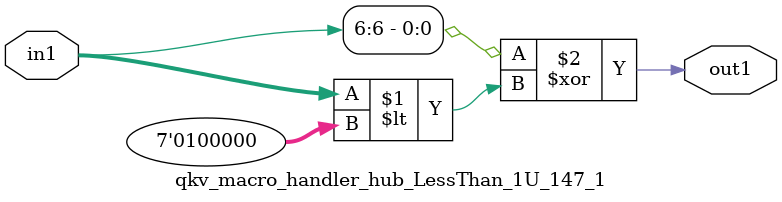
<source format=v>

`timescale 1ps / 1ps


module qkv_macro_handler_hub_LessThan_1U_147_1( in1, out1 );

    input [6:0] in1;
    output out1;

    
    // rtl_process:qkv_macro_handler_hub_LessThan_1U_147_1/qkv_macro_handler_hub_LessThan_1U_147_1_thread_1
    assign out1 = (in1[6] ^ in1 < 7'd032);

endmodule



</source>
